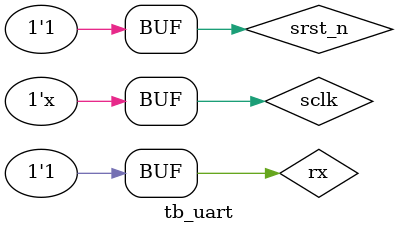
<source format=v>

`timescale 10ns / 10ns
module tb_uart ();
/////////////////////////////////////////////
// parameter and signals
/////////////////////////////////////////////
// parameter

// regs or wires
reg sclk = 0;
reg srst_n = 0;
/////////////////////////////////////////////
// main code
/////////////////////////////////////////////
// System clock
always #10 sclk = ~sclk;

//inital
initial begin
    #0
     srst_n = 0;
    #30
     srst_n = 1;
end
wire[3:0] state;

reg rx = 1;

initial begin
    #100 rx = 1;
    #43 rx = 0;

    #20 rx = 1;
    #20 rx = 0;
    #20 rx = 1;
end
// models
uart uart_inst(
         .sclk(sclk),
         .rx(rx)
     );

/////////////////////////////////////////////
// code end
/////////////////////////////////////////////
endmodule

</source>
